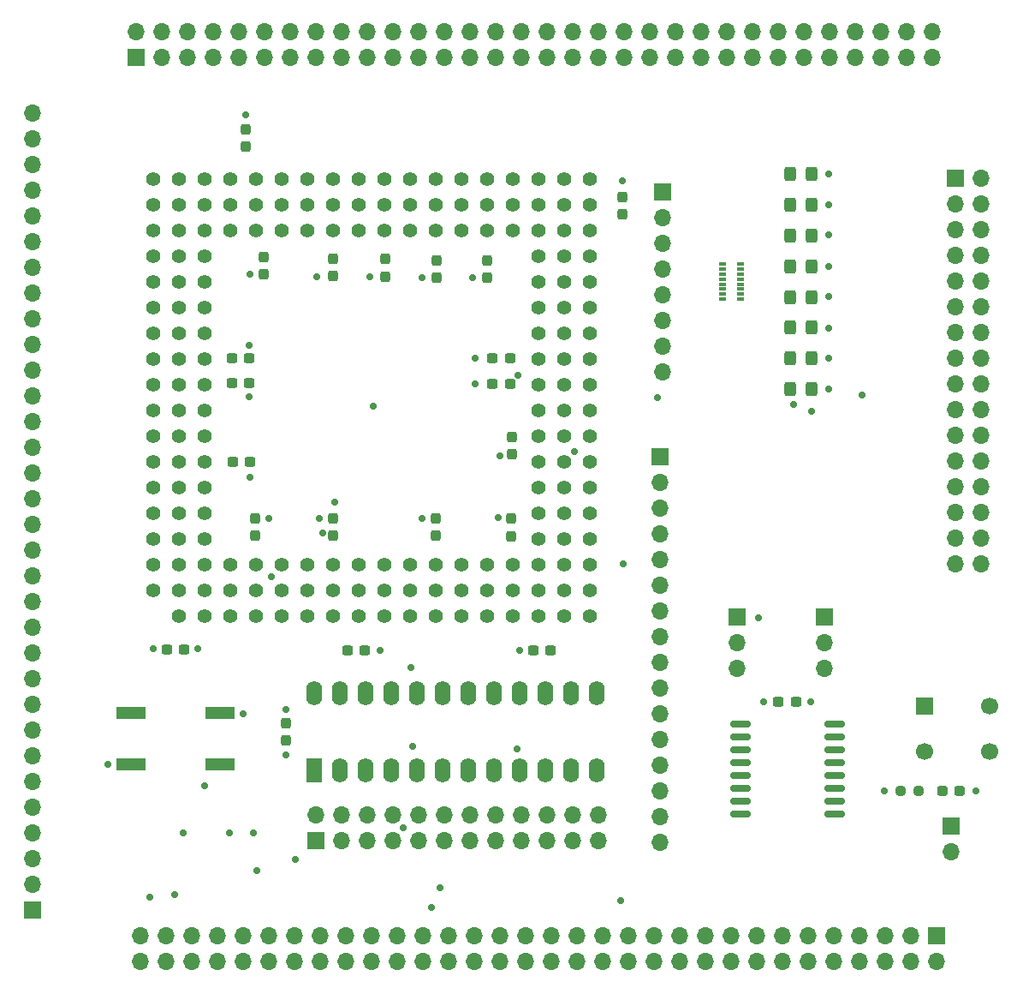
<source format=gts>
G04 #@! TF.GenerationSoftware,KiCad,Pcbnew,8.0.1*
G04 #@! TF.CreationDate,2024-04-03T23:34:40-03:00*
G04 #@! TF.ProjectId,Breakout-68040,42726561-6b6f-4757-942d-36383034302e,rev?*
G04 #@! TF.SameCoordinates,Original*
G04 #@! TF.FileFunction,Soldermask,Top*
G04 #@! TF.FilePolarity,Negative*
%FSLAX46Y46*%
G04 Gerber Fmt 4.6, Leading zero omitted, Abs format (unit mm)*
G04 Created by KiCad (PCBNEW 8.0.1) date 2024-04-03 23:34:40*
%MOMM*%
%LPD*%
G01*
G04 APERTURE LIST*
G04 Aperture macros list*
%AMRoundRect*
0 Rectangle with rounded corners*
0 $1 Rounding radius*
0 $2 $3 $4 $5 $6 $7 $8 $9 X,Y pos of 4 corners*
0 Add a 4 corners polygon primitive as box body*
4,1,4,$2,$3,$4,$5,$6,$7,$8,$9,$2,$3,0*
0 Add four circle primitives for the rounded corners*
1,1,$1+$1,$2,$3*
1,1,$1+$1,$4,$5*
1,1,$1+$1,$6,$7*
1,1,$1+$1,$8,$9*
0 Add four rect primitives between the rounded corners*
20,1,$1+$1,$2,$3,$4,$5,0*
20,1,$1+$1,$4,$5,$6,$7,0*
20,1,$1+$1,$6,$7,$8,$9,0*
20,1,$1+$1,$8,$9,$2,$3,0*%
G04 Aperture macros list end*
%ADD10R,0.800000X0.300000*%
%ADD11R,1.700000X1.700000*%
%ADD12O,1.700000X1.700000*%
%ADD13RoundRect,0.250000X0.325000X0.450000X-0.325000X0.450000X-0.325000X-0.450000X0.325000X-0.450000X0*%
%ADD14RoundRect,0.237500X-0.237500X0.300000X-0.237500X-0.300000X0.237500X-0.300000X0.237500X0.300000X0*%
%ADD15RoundRect,0.237500X0.237500X-0.300000X0.237500X0.300000X-0.237500X0.300000X-0.237500X-0.300000X0*%
%ADD16C,1.700000*%
%ADD17RoundRect,0.237500X0.300000X0.237500X-0.300000X0.237500X-0.300000X-0.237500X0.300000X-0.237500X0*%
%ADD18R,3.000000X1.300000*%
%ADD19RoundRect,0.237500X-0.300000X-0.237500X0.300000X-0.237500X0.300000X0.237500X-0.300000X0.237500X0*%
%ADD20RoundRect,0.237500X-0.250000X-0.237500X0.250000X-0.237500X0.250000X0.237500X-0.250000X0.237500X0*%
%ADD21RoundRect,0.237500X0.287500X0.237500X-0.287500X0.237500X-0.287500X-0.237500X0.287500X-0.237500X0*%
%ADD22C,1.422400*%
%ADD23RoundRect,0.150000X-0.875000X-0.150000X0.875000X-0.150000X0.875000X0.150000X-0.875000X0.150000X0*%
%ADD24R,1.600000X2.400000*%
%ADD25O,1.600000X2.400000*%
%ADD26C,0.700000*%
G04 APERTURE END LIST*
D10*
X95075000Y-79950000D03*
X95075000Y-79450000D03*
X95075000Y-78950000D03*
X95075000Y-78450000D03*
X95075000Y-77950000D03*
X95075000Y-77450000D03*
X95075000Y-76950000D03*
X95075000Y-76450000D03*
X93275000Y-76450000D03*
X93275000Y-76950000D03*
X93275000Y-77450000D03*
X93275000Y-77950000D03*
X93275000Y-78450000D03*
X93275000Y-78950000D03*
X93275000Y-79450000D03*
X93275000Y-79950000D03*
D11*
X87350000Y-69325000D03*
D12*
X87350000Y-71865000D03*
X87350000Y-74405000D03*
X87350000Y-76945000D03*
X87350000Y-79485000D03*
X87350000Y-82025000D03*
X87350000Y-84565000D03*
X87350000Y-87105000D03*
D13*
X102075000Y-70600000D03*
X100025000Y-70600000D03*
X102075000Y-85800000D03*
X100025000Y-85800000D03*
X102075000Y-82760000D03*
X100025000Y-82760000D03*
X102075000Y-88840000D03*
X100025000Y-88840000D03*
X102075000Y-67560000D03*
X100025000Y-67560000D03*
X102075000Y-76680000D03*
X100025000Y-76680000D03*
X102075000Y-73640000D03*
X100025000Y-73640000D03*
X102075000Y-79720000D03*
X100025000Y-79720000D03*
D11*
X94700000Y-111320000D03*
D12*
X94700000Y-113860000D03*
X94700000Y-116400000D03*
D11*
X103400000Y-111320000D03*
D12*
X103400000Y-113860000D03*
X103400000Y-116400000D03*
D14*
X65000000Y-76075000D03*
X65000000Y-77800000D03*
D15*
X54800000Y-103300000D03*
X54800000Y-101575000D03*
X64900000Y-103300000D03*
X64900000Y-101575000D03*
D14*
X47900000Y-75737500D03*
X47900000Y-77462500D03*
D16*
X119750000Y-124650000D03*
X113250000Y-124650000D03*
X119750000Y-120150000D03*
D11*
X113250000Y-120150000D03*
X35325000Y-56075000D03*
D12*
X35325000Y-53535000D03*
X37865000Y-56075000D03*
X37865000Y-53535000D03*
X40405000Y-56075000D03*
X40405000Y-53535000D03*
X42945000Y-56075000D03*
X42945000Y-53535000D03*
X45485000Y-56075000D03*
X45485000Y-53535000D03*
X48025000Y-56075000D03*
X48025000Y-53535000D03*
X50565000Y-56075000D03*
X50565000Y-53535000D03*
X53105000Y-56075000D03*
X53105000Y-53535000D03*
X55645000Y-56075000D03*
X55645000Y-53535000D03*
X58185000Y-56075000D03*
X58185000Y-53535000D03*
X60725000Y-56075000D03*
X60725000Y-53535000D03*
X63265000Y-56075000D03*
X63265000Y-53535000D03*
X65805000Y-56075000D03*
X65805000Y-53535000D03*
X68345000Y-56075000D03*
X68345000Y-53535000D03*
X70885000Y-56075000D03*
X70885000Y-53535000D03*
X73425000Y-56075000D03*
X73425000Y-53535000D03*
X75965000Y-56075000D03*
X75965000Y-53535000D03*
X78505000Y-56075000D03*
X78505000Y-53535000D03*
X81045000Y-56075000D03*
X81045000Y-53535000D03*
X83585000Y-56075000D03*
X83585000Y-53535000D03*
X86125000Y-56075000D03*
X86125000Y-53535000D03*
X88665000Y-56075000D03*
X88665000Y-53535000D03*
X91205000Y-56075000D03*
X91205000Y-53535000D03*
X93745000Y-56075000D03*
X93745000Y-53535000D03*
X96285000Y-56075000D03*
X96285000Y-53535000D03*
X98825000Y-56075000D03*
X98825000Y-53535000D03*
X101365000Y-56075000D03*
X101365000Y-53535000D03*
X103905000Y-56075000D03*
X103905000Y-53535000D03*
X106445000Y-56075000D03*
X106445000Y-53535000D03*
X108985000Y-56075000D03*
X108985000Y-53535000D03*
X111525000Y-56075000D03*
X111525000Y-53535000D03*
X114065000Y-56075000D03*
X114065000Y-53535000D03*
D14*
X70000000Y-77800000D03*
X70000000Y-76075000D03*
D11*
X87100000Y-95520000D03*
D12*
X87100000Y-98060000D03*
X87100000Y-100600000D03*
X87100000Y-103140000D03*
X87100000Y-105680000D03*
X87100000Y-108220000D03*
X87100000Y-110760000D03*
X87100000Y-113300000D03*
X87100000Y-115840000D03*
X87100000Y-118380000D03*
X87100000Y-120920000D03*
X87100000Y-123460000D03*
X87100000Y-126000000D03*
X87100000Y-128540000D03*
X87100000Y-131080000D03*
X87100000Y-133620000D03*
D14*
X54800000Y-75937500D03*
X54800000Y-77662500D03*
D17*
X72262500Y-88300000D03*
X70537500Y-88300000D03*
D15*
X72400000Y-103362500D03*
X72400000Y-101637500D03*
D18*
X34800000Y-120860000D03*
X34800000Y-125940000D03*
X43600000Y-125940000D03*
X43600000Y-120860000D03*
D14*
X50100000Y-121837500D03*
X50100000Y-123562500D03*
D11*
X116360000Y-68020000D03*
D12*
X118900000Y-68020000D03*
X116360000Y-70560000D03*
X118900000Y-70560000D03*
X116360000Y-73100000D03*
X118900000Y-73100000D03*
X116360000Y-75640000D03*
X118900000Y-75640000D03*
X116360000Y-78180000D03*
X118900000Y-78180000D03*
X116360000Y-80720000D03*
X118900000Y-80720000D03*
X116360000Y-83260000D03*
X118900000Y-83260000D03*
X116360000Y-85800000D03*
X118900000Y-85800000D03*
X116360000Y-88340000D03*
X118900000Y-88340000D03*
X116360000Y-90880000D03*
X118900000Y-90880000D03*
X116360000Y-93420000D03*
X118900000Y-93420000D03*
X116360000Y-95960000D03*
X118900000Y-95960000D03*
X116360000Y-98500000D03*
X118900000Y-98500000D03*
X116360000Y-101040000D03*
X118900000Y-101040000D03*
X116360000Y-103580000D03*
X118900000Y-103580000D03*
X116360000Y-106120000D03*
X118900000Y-106120000D03*
D15*
X46100000Y-64862500D03*
X46100000Y-63137500D03*
D19*
X44775000Y-88200000D03*
X46500000Y-88200000D03*
D20*
X110887500Y-128500000D03*
X112712500Y-128500000D03*
D11*
X114500000Y-142860000D03*
D12*
X114500000Y-145400000D03*
X111960000Y-142860000D03*
X111960000Y-145400000D03*
X109420000Y-142860000D03*
X109420000Y-145400000D03*
X106880000Y-142860000D03*
X106880000Y-145400000D03*
X104340000Y-142860000D03*
X104340000Y-145400000D03*
X101800000Y-142860000D03*
X101800000Y-145400000D03*
X99260000Y-142860000D03*
X99260000Y-145400000D03*
X96720000Y-142860000D03*
X96720000Y-145400000D03*
X94180000Y-142860000D03*
X94180000Y-145400000D03*
X91640000Y-142860000D03*
X91640000Y-145400000D03*
X89100000Y-142860000D03*
X89100000Y-145400000D03*
X86560000Y-142860000D03*
X86560000Y-145400000D03*
X84020000Y-142860000D03*
X84020000Y-145400000D03*
X81480000Y-142860000D03*
X81480000Y-145400000D03*
X78940000Y-142860000D03*
X78940000Y-145400000D03*
X76400000Y-142860000D03*
X76400000Y-145400000D03*
X73860000Y-142860000D03*
X73860000Y-145400000D03*
X71320000Y-142860000D03*
X71320000Y-145400000D03*
X68780000Y-142860000D03*
X68780000Y-145400000D03*
X66240000Y-142860000D03*
X66240000Y-145400000D03*
X63700000Y-142860000D03*
X63700000Y-145400000D03*
X61160000Y-142860000D03*
X61160000Y-145400000D03*
X58620000Y-142860000D03*
X58620000Y-145400000D03*
X56080000Y-142860000D03*
X56080000Y-145400000D03*
X53540000Y-142860000D03*
X53540000Y-145400000D03*
X51000000Y-142860000D03*
X51000000Y-145400000D03*
X48460000Y-142860000D03*
X48460000Y-145400000D03*
X45920000Y-142860000D03*
X45920000Y-145400000D03*
X43380000Y-142860000D03*
X43380000Y-145400000D03*
X40840000Y-142860000D03*
X40840000Y-145400000D03*
X38300000Y-142860000D03*
X38300000Y-145400000D03*
X35760000Y-142860000D03*
X35760000Y-145400000D03*
D11*
X25100000Y-140260000D03*
D12*
X25100000Y-137720000D03*
X25100000Y-135180000D03*
X25100000Y-132640000D03*
X25100000Y-130100000D03*
X25100000Y-127560000D03*
X25100000Y-125020000D03*
X25100000Y-122480000D03*
X25100000Y-119940000D03*
X25100000Y-117400000D03*
X25100000Y-114860000D03*
X25100000Y-112320000D03*
X25100000Y-109780000D03*
X25100000Y-107240000D03*
X25100000Y-104700000D03*
X25100000Y-102160000D03*
X25100000Y-99620000D03*
X25100000Y-97080000D03*
X25100000Y-94540000D03*
X25100000Y-92000000D03*
X25100000Y-89460000D03*
X25100000Y-86920000D03*
X25100000Y-84380000D03*
X25100000Y-81840000D03*
X25100000Y-79300000D03*
X25100000Y-76760000D03*
X25100000Y-74220000D03*
X25100000Y-71680000D03*
X25100000Y-69140000D03*
X25100000Y-66600000D03*
X25100000Y-64060000D03*
X25100000Y-61520000D03*
D19*
X44775000Y-85800000D03*
X46500000Y-85800000D03*
D14*
X59900000Y-75975000D03*
X59900000Y-77700000D03*
D11*
X53100000Y-133400000D03*
D12*
X53100000Y-130860000D03*
X55640000Y-133400000D03*
X55640000Y-130860000D03*
X58180000Y-133400000D03*
X58180000Y-130860000D03*
X60720000Y-133400000D03*
X60720000Y-130860000D03*
X63260000Y-133400000D03*
X63260000Y-130860000D03*
X65800000Y-133400000D03*
X65800000Y-130860000D03*
X68340000Y-133400000D03*
X68340000Y-130860000D03*
X70880000Y-133400000D03*
X70880000Y-130860000D03*
X73420000Y-133400000D03*
X73420000Y-130860000D03*
X75960000Y-133400000D03*
X75960000Y-130860000D03*
X78500000Y-133400000D03*
X78500000Y-130860000D03*
X81040000Y-133400000D03*
X81040000Y-130860000D03*
D11*
X115900000Y-132025000D03*
D12*
X115900000Y-134565000D03*
D15*
X47100000Y-103300000D03*
X47100000Y-101575000D03*
D17*
X72262500Y-85800000D03*
X70537500Y-85800000D03*
D21*
X116775000Y-128500000D03*
X115025000Y-128500000D03*
D22*
X80180000Y-111220000D03*
X77640000Y-111220000D03*
X75100000Y-111220000D03*
X72560000Y-111220000D03*
X70020000Y-111220000D03*
X67480000Y-111220000D03*
X64940000Y-111220000D03*
X62400000Y-111220000D03*
X59860000Y-111220000D03*
X57320000Y-111220000D03*
X54780000Y-111220000D03*
X52240000Y-111220000D03*
X49700000Y-111220000D03*
X47160000Y-111220000D03*
X44620000Y-111220000D03*
X42080000Y-111220000D03*
X39540000Y-111220000D03*
X80180000Y-108680000D03*
X77640000Y-108680000D03*
X75100000Y-108680000D03*
X72560000Y-108680000D03*
X70020000Y-108680000D03*
X67480000Y-108680000D03*
X64940000Y-108680000D03*
X62400000Y-108680000D03*
X59860000Y-108680000D03*
X57320000Y-108680000D03*
X54780000Y-108680000D03*
X52240000Y-108680000D03*
X49700000Y-108680000D03*
X47160000Y-108680000D03*
X44620000Y-108680000D03*
X42080000Y-108680000D03*
X39540000Y-108680000D03*
X37000000Y-108680000D03*
X80180000Y-106140000D03*
X77640000Y-106140000D03*
X75100000Y-106140000D03*
X72560000Y-106140000D03*
X70020000Y-106140000D03*
X67480000Y-106140000D03*
X64940000Y-106140000D03*
X62400000Y-106140000D03*
X59860000Y-106140000D03*
X57320000Y-106140000D03*
X54780000Y-106140000D03*
X52240000Y-106140000D03*
X49700000Y-106140000D03*
X47160000Y-106140000D03*
X44620000Y-106140000D03*
X42080000Y-106140000D03*
X39540000Y-106140000D03*
X37000000Y-106140000D03*
X80180000Y-103600000D03*
X77640000Y-103600000D03*
X75100000Y-103600000D03*
X42080000Y-103600000D03*
X39540000Y-103600000D03*
X37000000Y-103600000D03*
X80180000Y-101060000D03*
X77640000Y-101060000D03*
X75100000Y-101060000D03*
X42080000Y-101060000D03*
X39540000Y-101060000D03*
X37000000Y-101060000D03*
X80180000Y-98520000D03*
X77640000Y-98520000D03*
X75100000Y-98520000D03*
X42080000Y-98520000D03*
X39540000Y-98520000D03*
X37000000Y-98520000D03*
X80180000Y-95980000D03*
X77640000Y-95980000D03*
X75100000Y-95980000D03*
X42080000Y-95980000D03*
X39540000Y-95980000D03*
X37000000Y-95980000D03*
X80180000Y-93440000D03*
X77640000Y-93440000D03*
X75100000Y-93440000D03*
X42080000Y-93440000D03*
X39540000Y-93440000D03*
X37000000Y-93440000D03*
X80180000Y-90900000D03*
X77640000Y-90900000D03*
X75100000Y-90900000D03*
X42080000Y-90900000D03*
X39540000Y-90900000D03*
X37000000Y-90900000D03*
X80180000Y-88360000D03*
X77640000Y-88360000D03*
X75100000Y-88360000D03*
X42080000Y-88360000D03*
X39540000Y-88360000D03*
X37000000Y-88360000D03*
X80180000Y-85820000D03*
X77640000Y-85820000D03*
X75100000Y-85820000D03*
X42080000Y-85820000D03*
X39540000Y-85820000D03*
X37000000Y-85820000D03*
X80180000Y-83280000D03*
X77640000Y-83280000D03*
X75100000Y-83280000D03*
X42080000Y-83280000D03*
X39540000Y-83280000D03*
X37000000Y-83280000D03*
X80180000Y-80740000D03*
X77640000Y-80740000D03*
X75100000Y-80740000D03*
X42080000Y-80740000D03*
X39540000Y-80740000D03*
X37000000Y-80740000D03*
X80180000Y-78200000D03*
X77640000Y-78200000D03*
X75100000Y-78200000D03*
X42080000Y-78200000D03*
X39540000Y-78200000D03*
X37000000Y-78200000D03*
X80180000Y-75660000D03*
X77640000Y-75660000D03*
X75100000Y-75660000D03*
X42080000Y-75660000D03*
X39540000Y-75660000D03*
X37000000Y-75660000D03*
X80180000Y-73120000D03*
X77640000Y-73120000D03*
X75100000Y-73120000D03*
X72560000Y-73120000D03*
X70020000Y-73120000D03*
X67480000Y-73120000D03*
X64940000Y-73120000D03*
X62400000Y-73120000D03*
X59860000Y-73120000D03*
X57320000Y-73120000D03*
X54780000Y-73120000D03*
X52240000Y-73120000D03*
X49700000Y-73120000D03*
X47160000Y-73120000D03*
X44620000Y-73120000D03*
X42080000Y-73120000D03*
X39540000Y-73120000D03*
X37000000Y-73120000D03*
X80180000Y-70580000D03*
X77640000Y-70580000D03*
X75100000Y-70580000D03*
X72560000Y-70580000D03*
X70020000Y-70580000D03*
X67480000Y-70580000D03*
X64940000Y-70580000D03*
X62400000Y-70580000D03*
X59860000Y-70580000D03*
X57320000Y-70580000D03*
X54780000Y-70580000D03*
X52240000Y-70580000D03*
X49700000Y-70580000D03*
X47160000Y-70580000D03*
X44620000Y-70580000D03*
X42080000Y-70580000D03*
X39540000Y-70580000D03*
X37000000Y-70580000D03*
X80180000Y-68040000D03*
X77640000Y-68040000D03*
X75100000Y-68040000D03*
X72560000Y-68040000D03*
X70020000Y-68040000D03*
X67480000Y-68040000D03*
X64940000Y-68040000D03*
X62400000Y-68040000D03*
X59860000Y-68040000D03*
X57320000Y-68040000D03*
X54780000Y-68040000D03*
X52240000Y-68040000D03*
X49700000Y-68040000D03*
X47160000Y-68040000D03*
X44620000Y-68040000D03*
X42080000Y-68040000D03*
X39540000Y-68040000D03*
X37000000Y-68040000D03*
D14*
X72500000Y-93537500D03*
X72500000Y-95262500D03*
D23*
X95050000Y-121955000D03*
X95050000Y-123225000D03*
X95050000Y-124495000D03*
X95050000Y-125765000D03*
X95050000Y-127035000D03*
X95050000Y-128305000D03*
X95050000Y-129575000D03*
X95050000Y-130845000D03*
X104350000Y-130845000D03*
X104350000Y-129575000D03*
X104350000Y-128305000D03*
X104350000Y-127035000D03*
X104350000Y-125765000D03*
X104350000Y-124495000D03*
X104350000Y-123225000D03*
X104350000Y-121955000D03*
D17*
X76300000Y-114600000D03*
X74575000Y-114600000D03*
D19*
X56175000Y-114600000D03*
X57900000Y-114600000D03*
D17*
X100562500Y-119700000D03*
X98837500Y-119700000D03*
D15*
X83400000Y-71562500D03*
X83400000Y-69837500D03*
D19*
X44875000Y-96000000D03*
X46600000Y-96000000D03*
D24*
X52925000Y-126525000D03*
D25*
X55465000Y-126525000D03*
X58005000Y-126525000D03*
X60545000Y-126525000D03*
X63085000Y-126525000D03*
X65625000Y-126525000D03*
X68165000Y-126525000D03*
X70705000Y-126525000D03*
X73245000Y-126525000D03*
X75785000Y-126525000D03*
X78325000Y-126525000D03*
X80865000Y-126525000D03*
X80865000Y-118905000D03*
X78325000Y-118905000D03*
X75785000Y-118905000D03*
X73245000Y-118905000D03*
X70705000Y-118905000D03*
X68165000Y-118905000D03*
X65625000Y-118905000D03*
X63085000Y-118905000D03*
X60545000Y-118905000D03*
X58005000Y-118905000D03*
X55465000Y-118905000D03*
X52925000Y-118905000D03*
D17*
X40062500Y-114540000D03*
X38337500Y-114540000D03*
D26*
X42080000Y-127976800D03*
X46900400Y-132693900D03*
X64476000Y-140051400D03*
X44552700Y-132693900D03*
X48695500Y-107329000D03*
X102066500Y-91045000D03*
X47238500Y-136369400D03*
X100368600Y-90367200D03*
X62681900Y-124139000D03*
X61717800Y-132134900D03*
X72945900Y-124385000D03*
X65388900Y-138127500D03*
X62509900Y-116314300D03*
X51091400Y-135289100D03*
X39936600Y-132693900D03*
X39145000Y-138731600D03*
X36698300Y-139045600D03*
X83259800Y-139394200D03*
X107136700Y-89374800D03*
X86876500Y-89690100D03*
X78613500Y-94977000D03*
X83452600Y-106084500D03*
X73096800Y-87477900D03*
X53758400Y-103032400D03*
X96835400Y-111428900D03*
X58763700Y-90522200D03*
X54985500Y-100029400D03*
X50100000Y-124937500D03*
X50100000Y-120500000D03*
X103800000Y-76700000D03*
X103800000Y-73600000D03*
X103800000Y-79700000D03*
X103800000Y-85800000D03*
X103800000Y-88800000D03*
X103800000Y-70600000D03*
X103800000Y-67600000D03*
X103800000Y-82800000D03*
X63600000Y-77800000D03*
X63600000Y-101600000D03*
X53400000Y-101600000D03*
X48400000Y-101600000D03*
X46500000Y-84500000D03*
X46500000Y-89600000D03*
X46600000Y-97573100D03*
X68800000Y-88300000D03*
X68800000Y-85800000D03*
X68600000Y-77800000D03*
X58400000Y-77700000D03*
X53200000Y-77700000D03*
X46600000Y-77500000D03*
X83400000Y-68200000D03*
X46100000Y-61700000D03*
X73200000Y-114600000D03*
X59400000Y-114600000D03*
X109300000Y-128500000D03*
X118400000Y-128500000D03*
X41400000Y-114500000D03*
X102000000Y-119700000D03*
X45900000Y-120900000D03*
X37000000Y-114500000D03*
X71100000Y-101500000D03*
X71300000Y-95400000D03*
X97400000Y-119700000D03*
X32500000Y-125900000D03*
M02*

</source>
